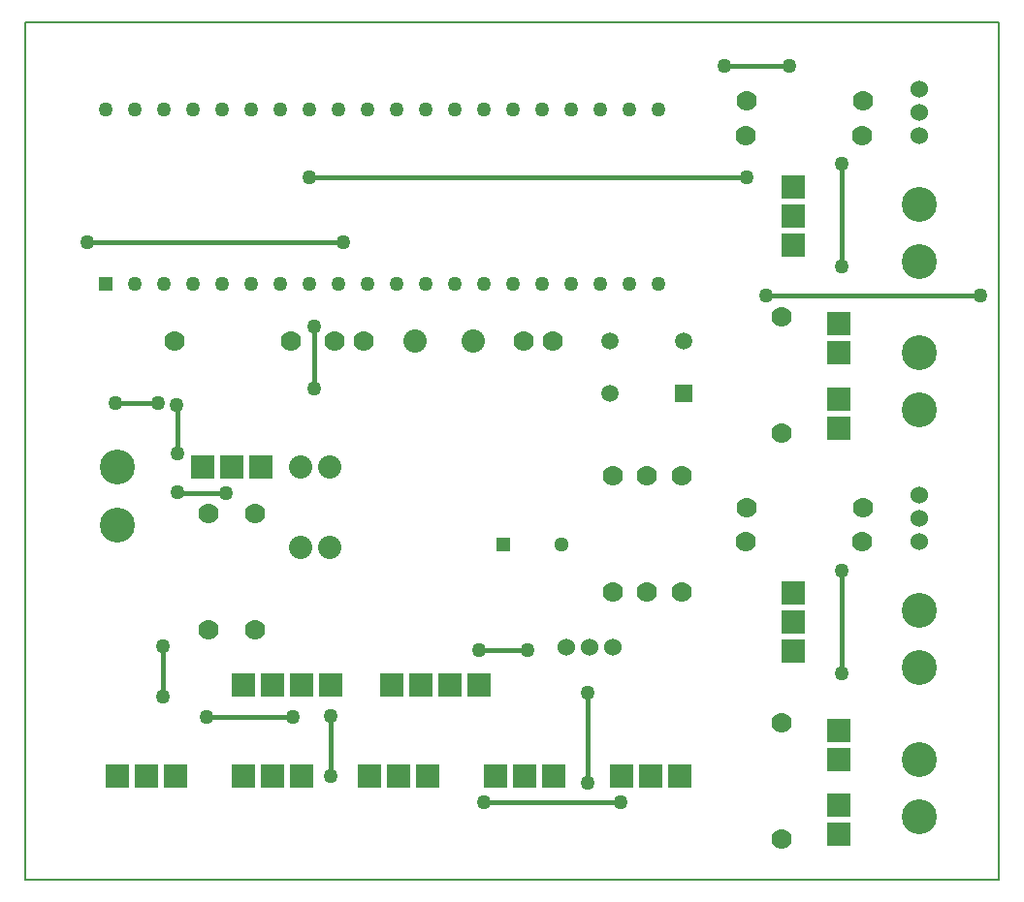
<source format=gbr>
G04 PROTEUS RS274X GERBER FILE*
%FSLAX45Y45*%
%MOMM*%
G01*
%ADD10C,0.381000*%
%ADD11C,1.270000*%
%ADD12R,2.032000X2.032000*%
%ADD13C,2.032000*%
%ADD14C,3.048000*%
%ADD15C,1.778000*%
%ADD16C,1.524000*%
%ADD17R,1.280000X1.280000*%
%ADD18C,0.254000*%
%ADD19C,1.280000*%
%ADD70R,1.270000X1.270000*%
%ADD71R,1.500000X1.500000*%
%ADD20C,1.500000*%
%ADD21C,0.203200*%
D10*
X+7236883Y+2776722D02*
X+7236883Y+1883019D01*
X+7239650Y+1880252D01*
X+7236883Y+6326117D02*
X+7236883Y+5432414D01*
X+7239650Y+5429647D01*
X+2772950Y+1500973D02*
X+2772950Y+977621D01*
X+4072000Y+2075900D02*
X+4488786Y+2075900D01*
X+4493033Y+2080147D01*
X+5016385Y+1706822D02*
X+5016385Y+921795D01*
X+5019874Y+918306D01*
X+4112731Y+747345D02*
X+5305972Y+747345D01*
X+5305973Y+747344D01*
X+2442645Y+1495901D02*
X+1690442Y+1495901D01*
X+1310000Y+2117342D02*
X+1310000Y+1675900D01*
X+2633682Y+4907280D02*
X+2633682Y+4365271D01*
X+2585345Y+6212000D02*
X+6408657Y+6211999D01*
X+6573730Y+5178961D02*
X+8442786Y+5178961D01*
X+6780728Y+7180550D02*
X+6305350Y+7180550D01*
X+6210000Y+7185900D01*
X+1857868Y+3451299D02*
X+1438077Y+3451299D01*
X+1432763Y+3456613D01*
X+1432763Y+3802010D02*
X+1432763Y+4216487D01*
X+1427449Y+4221801D01*
X+1268035Y+4237741D02*
X+896069Y+4237741D01*
X+650000Y+5645900D02*
X+2883432Y+5645900D01*
D11*
X+6210000Y+7185900D03*
X+6780728Y+7180550D03*
X+7236883Y+6326117D03*
X+7239650Y+5429647D03*
X+6573730Y+5178961D03*
X+8442786Y+5178961D03*
X+6408657Y+6211999D03*
X+2585345Y+6212000D03*
X+2633682Y+4907280D03*
X+2633682Y+4365271D03*
X+1857868Y+3451299D03*
X+1432763Y+3456613D03*
X+1432763Y+3802010D03*
X+1427449Y+4221801D03*
X+1268035Y+4237741D03*
X+896069Y+4237741D03*
X+650000Y+5645900D03*
X+2883432Y+5645900D03*
X+4072000Y+2075900D03*
X+4493033Y+2080147D03*
X+2772950Y+1500973D03*
X+2442645Y+1495901D03*
X+2772950Y+977621D03*
X+4112731Y+747345D03*
X+5305973Y+747344D03*
X+5019874Y+918306D03*
X+5016385Y+1706822D03*
X+7239650Y+1880252D03*
X+7236883Y+2776722D03*
X+1690442Y+1495901D03*
X+1310000Y+1675900D03*
X+1310000Y+2117342D03*
D12*
X+1656000Y+3675900D03*
X+1910000Y+3675900D03*
X+2164000Y+3675900D03*
D13*
X+2510000Y+3675900D03*
X+2764000Y+3675900D03*
X+2510000Y+2975900D03*
X+2764000Y+2975900D03*
D14*
X+910000Y+3675900D03*
X+910000Y+3175520D03*
D15*
X+1710000Y+2259900D03*
X+1710000Y+3275900D03*
X+2110000Y+3275900D03*
X+2110000Y+2259900D03*
D12*
X+6810000Y+6129900D03*
X+6810000Y+5875900D03*
X+6810000Y+5621900D03*
D16*
X+7910000Y+6982300D03*
X+7910000Y+6779100D03*
X+7910000Y+6575900D03*
D15*
X+7410000Y+6575900D03*
X+6394000Y+6575900D03*
X+7426000Y+6875900D03*
X+6410000Y+6875900D03*
X+6710000Y+4991900D03*
X+6710000Y+3975900D03*
D12*
X+7210000Y+4021900D03*
X+7210000Y+4275900D03*
D14*
X+7910000Y+4675900D03*
X+7910000Y+4175520D03*
X+7910000Y+5475520D03*
X+7910000Y+5975900D03*
D12*
X+7210000Y+4675900D03*
X+7210000Y+4929900D03*
X+6810000Y+2580505D03*
X+6810000Y+2326505D03*
X+6810000Y+2072505D03*
D16*
X+7910000Y+3432905D03*
X+7910000Y+3229705D03*
X+7910000Y+3026505D03*
D15*
X+7410000Y+3026505D03*
X+6394000Y+3026505D03*
X+7426000Y+3326505D03*
X+6410000Y+3326505D03*
X+6710000Y+1442505D03*
X+6710000Y+426505D03*
D12*
X+7210000Y+472505D03*
X+7210000Y+726505D03*
D14*
X+7910000Y+1126505D03*
X+7910000Y+626125D03*
X+7910000Y+1926125D03*
X+7910000Y+2426505D03*
D12*
X+7210000Y+1126505D03*
X+7210000Y+1380505D03*
D16*
X+4831800Y+2100900D03*
X+5035000Y+2100900D03*
X+5238200Y+2100900D03*
D17*
X+4285000Y+3000900D03*
D18*
X+4285000Y+3000900D03*
D19*
X+4785000Y+3000900D03*
D15*
X+5235000Y+2584900D03*
X+5235000Y+3600900D03*
X+5535000Y+3600900D03*
X+5535000Y+2584900D03*
X+5835000Y+3600900D03*
X+5835000Y+2584900D03*
D70*
X+810000Y+5275900D03*
D11*
X+1064000Y+5275900D03*
X+1318000Y+5275900D03*
X+1572000Y+5275900D03*
X+1826000Y+5275900D03*
X+2080000Y+5275900D03*
X+2334000Y+5275900D03*
X+2588000Y+5275900D03*
X+2842000Y+5275900D03*
X+3096000Y+5275900D03*
X+3350000Y+5275900D03*
X+3604000Y+5275900D03*
X+3858000Y+5275900D03*
X+4112000Y+5275900D03*
X+4366000Y+5275900D03*
X+4620000Y+5275900D03*
X+4874000Y+5275900D03*
X+5128000Y+5275900D03*
X+5382000Y+5275900D03*
X+5636000Y+5275900D03*
X+5636000Y+6799900D03*
X+5382000Y+6799900D03*
X+5128000Y+6799900D03*
X+4874000Y+6799900D03*
X+4620000Y+6799900D03*
X+4366000Y+6799900D03*
X+4112000Y+6799900D03*
X+3858000Y+6799900D03*
X+3604000Y+6799900D03*
X+3350000Y+6799900D03*
X+3096000Y+6799900D03*
X+2842000Y+6799900D03*
X+2588000Y+6799900D03*
X+2334000Y+6799900D03*
X+2080000Y+6799900D03*
X+1826000Y+6799900D03*
X+1572000Y+6799900D03*
X+1318000Y+6799900D03*
X+1064000Y+6799900D03*
X+810000Y+6799900D03*
D13*
X+4018000Y+4775900D03*
X+3510000Y+4775900D03*
D15*
X+4456000Y+4775900D03*
X+4710000Y+4775900D03*
X+3064000Y+4775900D03*
X+2810000Y+4775900D03*
X+2426000Y+4775900D03*
X+1410000Y+4775900D03*
D71*
X+5860000Y+4325900D03*
D20*
X+5210000Y+4325900D03*
X+5860000Y+4775900D03*
X+5210000Y+4775900D03*
D12*
X+5310000Y+975900D03*
X+5564000Y+975900D03*
X+5818000Y+975900D03*
X+4210000Y+975900D03*
X+4464000Y+975900D03*
X+4718000Y+975900D03*
X+3110000Y+975900D03*
X+3364000Y+975900D03*
X+3618000Y+975900D03*
X+2010000Y+975900D03*
X+2264000Y+975900D03*
X+2518000Y+975900D03*
X+910000Y+975900D03*
X+1164000Y+975900D03*
X+1418000Y+975900D03*
X+2010000Y+1775900D03*
X+2264000Y+1775900D03*
X+2518000Y+1775900D03*
X+2772000Y+1775900D03*
X+3310000Y+1775900D03*
X+3564000Y+1775900D03*
X+3818000Y+1775900D03*
X+4072000Y+1775900D03*
D21*
X+110000Y+75900D02*
X+8610000Y+75900D01*
X+8610000Y+7565900D01*
X+110000Y+7565900D01*
X+110000Y+75900D01*
M02*

</source>
